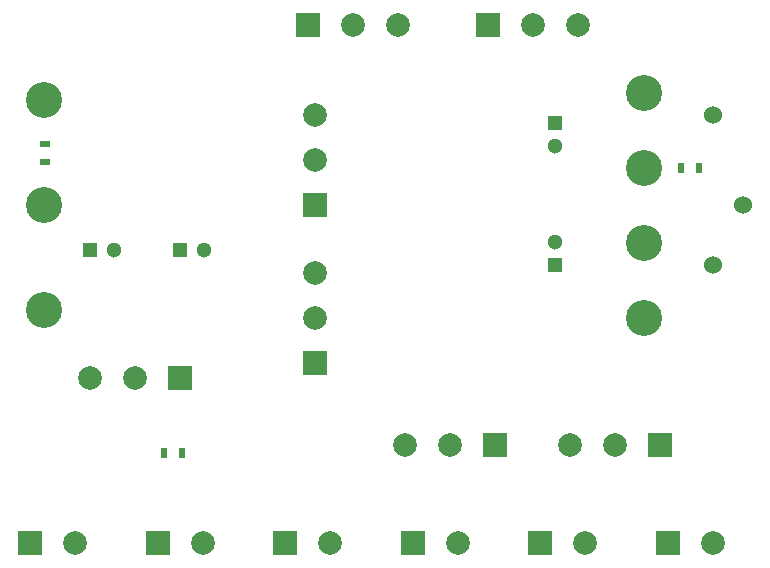
<source format=gbr>
G04 #@! TF.FileFunction,Soldermask,Top*
%FSLAX46Y46*%
G04 Gerber Fmt 4.6, Leading zero omitted, Abs format (unit mm)*
G04 Created by KiCad (PCBNEW (2015-05-27 BZR 5686)-product) date 2015年05月29日 星期五 17时45分10秒*
%MOMM*%
G01*
G04 APERTURE LIST*
%ADD10C,0.100000*%
%ADD11R,1.300000X1.300000*%
%ADD12C,1.300000*%
%ADD13C,2.000000*%
%ADD14R,2.000000X2.000000*%
%ADD15R,0.900000X0.500000*%
%ADD16R,0.500000X0.900000*%
%ADD17C,1.524000*%
%ADD18C,3.048000*%
G04 APERTURE END LIST*
D10*
D11*
X137160000Y-117475000D03*
D12*
X139160000Y-117475000D03*
D11*
X144780000Y-117475000D03*
D12*
X146780000Y-117475000D03*
D11*
X176530000Y-106680000D03*
D12*
X176530000Y-108680000D03*
D11*
X176530000Y-118745000D03*
D12*
X176530000Y-116745000D03*
D13*
X156210000Y-119380000D03*
D14*
X156210000Y-127000000D03*
D13*
X156210000Y-123190000D03*
X163830000Y-133985000D03*
D14*
X171450000Y-133985000D03*
D13*
X167640000Y-133985000D03*
X178435000Y-98425000D03*
D14*
X170815000Y-98425000D03*
D13*
X174625000Y-98425000D03*
X177800000Y-133985000D03*
D14*
X185420000Y-133985000D03*
D13*
X181610000Y-133985000D03*
X156210000Y-106045000D03*
D14*
X156210000Y-113665000D03*
D13*
X156210000Y-109855000D03*
X163195000Y-98425000D03*
D14*
X155575000Y-98425000D03*
D13*
X159385000Y-98425000D03*
X137160000Y-128270000D03*
D14*
X144780000Y-128270000D03*
D13*
X140970000Y-128270000D03*
D14*
X142875000Y-142240000D03*
D13*
X146685000Y-142240000D03*
D14*
X175260000Y-142240000D03*
D13*
X179070000Y-142240000D03*
D14*
X132080000Y-142240000D03*
D13*
X135890000Y-142240000D03*
D14*
X186055000Y-142240000D03*
D13*
X189865000Y-142240000D03*
D14*
X153670000Y-142240000D03*
D13*
X157480000Y-142240000D03*
D14*
X164465000Y-142240000D03*
D13*
X168275000Y-142240000D03*
D15*
X133350000Y-108470000D03*
X133350000Y-109970000D03*
D16*
X188710000Y-110490000D03*
X187210000Y-110490000D03*
X143395000Y-134620000D03*
X144895000Y-134620000D03*
D17*
X189865000Y-118745000D03*
X192405000Y-113665000D03*
X189865000Y-106045000D03*
D18*
X133223000Y-122555000D03*
X133223000Y-113665000D03*
X133223000Y-104775000D03*
X184023000Y-104140000D03*
X184023000Y-110490000D03*
X184023000Y-116840000D03*
X184023000Y-123190000D03*
M02*

</source>
